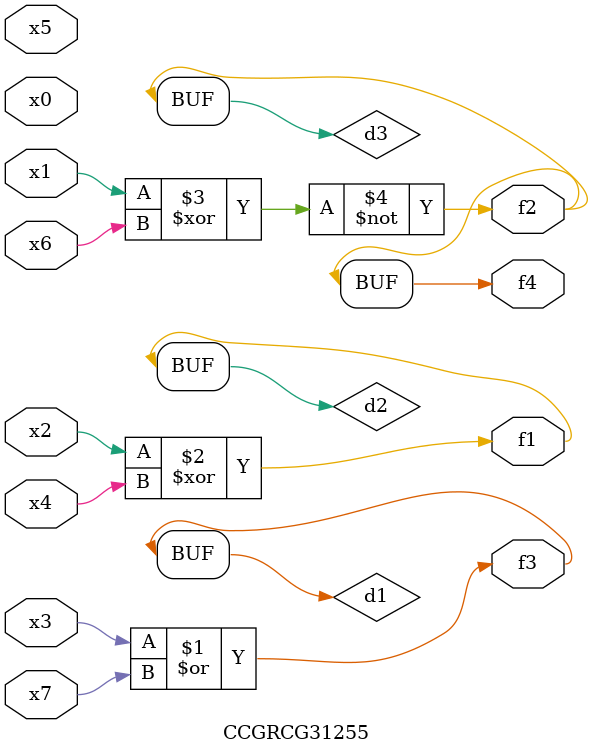
<source format=v>
module CCGRCG31255(
	input x0, x1, x2, x3, x4, x5, x6, x7,
	output f1, f2, f3, f4
);

	wire d1, d2, d3;

	or (d1, x3, x7);
	xor (d2, x2, x4);
	xnor (d3, x1, x6);
	assign f1 = d2;
	assign f2 = d3;
	assign f3 = d1;
	assign f4 = d3;
endmodule

</source>
